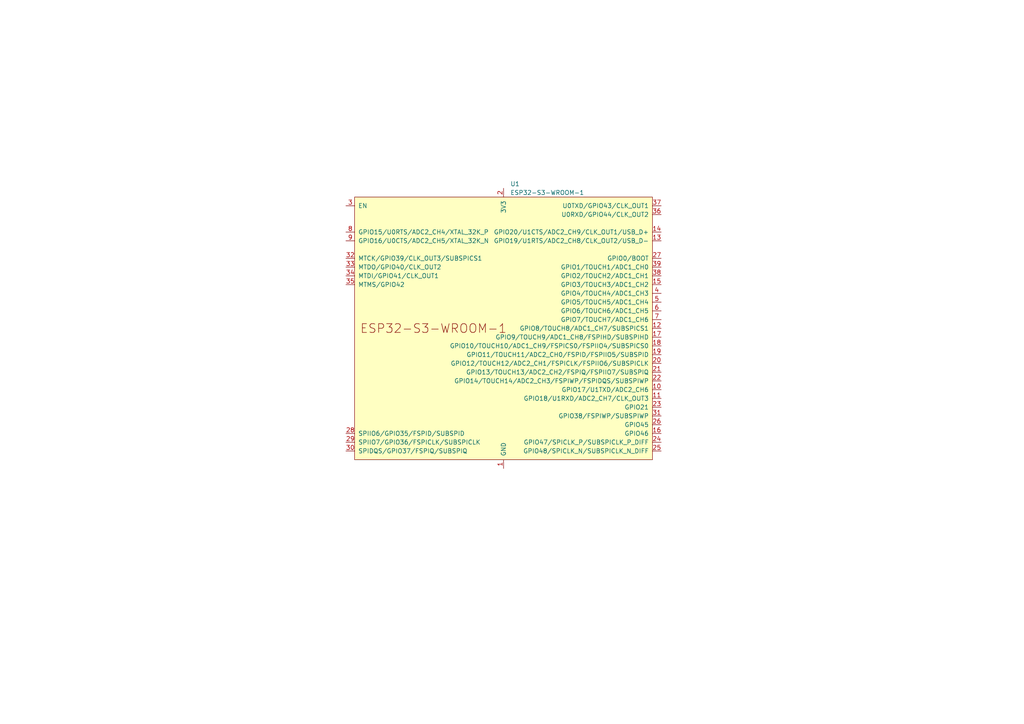
<source format=kicad_sch>
(kicad_sch (version 20230121) (generator eeschema)
  (paper "A4")
  (lib_symbols
    (symbol "Espressif:ESP32-S3-WROOM-1" (pin_names (offset 1.016))
      (property "Reference" "U" (at -43.18 43.18 0))
      (property "Value" "ESP32-S3-WROOM-1" (at -43.18 40.64 0))
      (symbol "ESP32-S3-WROOM-1_0_0"
        (text "ESP32-S3-WROOM-1" (at -20.32 0 0) (effects (font (size 2.54 2.54))))
        (pin power_in line (at 0 -40.64 90) (length 2.54) (name "GND") (number "1"))
        (pin bidirectional line (at 45.72 -17.78 180) (length 2.54) (name "GPIO17/U1TXD/ADC2_CH6") (number "10"))
        (pin bidirectional line (at 45.72 -20.32 180) (length 2.54) (name "GPIO18/U1RXD/ADC2_CH7/CLK_OUT3") (number "11"))
        (pin bidirectional line (at 45.72 0 180) (length 2.54) (name "GPIO8/TOUCH8/ADC1_CH7/SUBSPICS1") (number "12"))
        (pin bidirectional line (at 45.72 25.4 180) (length 2.54) (name "GPIO19/U1RTS/ADC2_CH8/CLK_OUT2/USB_D-") (number "13"))
        (pin bidirectional line (at 45.72 27.94 180) (length 2.54) (name "GPIO20/U1CTS/ADC2_CH9/CLK_OUT1/USB_D+") (number "14"))
        (pin bidirectional line (at 45.72 12.7 180) (length 2.54) (name "GPIO3/TOUCH3/ADC1_CH2") (number "15"))
        (pin bidirectional line (at 45.72 -30.48 180) (length 2.54) (name "GPIO46") (number "16"))
        (pin bidirectional line (at 45.72 -2.54 180) (length 2.54) (name "GPIO9/TOUCH9/ADC1_CH8/FSPIHD/SUBSPIHD") (number "17"))
        (pin bidirectional line (at 45.72 -5.08 180) (length 2.54) (name "GPIO10/TOUCH10/ADC1_CH9/FSPICS0/FSPIIO4/SUBSPICS0") (number "18"))
        (pin bidirectional line (at 45.72 -7.62 180) (length 2.54) (name "GPIO11/TOUCH11/ADC2_CH0/FSPID/FSPIIO5/SUBSPID") (number "19"))
        (pin power_in line (at 0 40.64 270) (length 2.54) (name "3V3") (number "2"))
        (pin bidirectional line (at 45.72 -10.16 180) (length 2.54) (name "GPIO12/TOUCH12/ADC2_CH1/FSPICLK/FSPIIO6/SUBSPICLK") (number "20"))
        (pin bidirectional line (at 45.72 -12.7 180) (length 2.54) (name "GPIO13/TOUCH13/ADC2_CH2/FSPIQ/FSPIIO7/SUBSPIQ") (number "21"))
        (pin bidirectional line (at 45.72 -15.24 180) (length 2.54) (name "GPIO14/TOUCH14/ADC2_CH3/FSPIWP/FSPIDQS/SUBSPIWP") (number "22"))
        (pin bidirectional line (at 45.72 -22.86 180) (length 2.54) (name "GPIO21") (number "23"))
        (pin bidirectional line (at 45.72 -33.02 180) (length 2.54) (name "GPIO47/SPICLK_P/SUBSPICLK_P_DIFF") (number "24"))
        (pin bidirectional line (at 45.72 -35.56 180) (length 2.54) (name "GPIO48/SPICLK_N/SUBSPICLK_N_DIFF") (number "25"))
        (pin bidirectional line (at 45.72 -27.94 180) (length 2.54) (name "GPIO45") (number "26"))
        (pin bidirectional line (at 45.72 20.32 180) (length 2.54) (name "GPIO0/BOOT") (number "27"))
        (pin bidirectional line (at -45.72 -30.48 0) (length 2.54) (name "SPIIO6/GPIO35/FSPID/SUBSPID") (number "28"))
        (pin bidirectional line (at -45.72 -33.02 0) (length 2.54) (name "SPIIO7/GPIO36/FSPICLK/SUBSPICLK") (number "29"))
        (pin input line (at -45.72 35.56 0) (length 2.54) (name "EN") (number "3"))
        (pin bidirectional line (at -45.72 -35.56 0) (length 2.54) (name "SPIDQS/GPIO37/FSPIQ/SUBSPIQ") (number "30"))
        (pin bidirectional line (at 45.72 -25.4 180) (length 2.54) (name "GPIO38/FSPIWP/SUBSPIWP") (number "31"))
        (pin bidirectional line (at -45.72 20.32 0) (length 2.54) (name "MTCK/GPIO39/CLK_OUT3/SUBSPICS1") (number "32"))
        (pin bidirectional line (at -45.72 17.78 0) (length 2.54) (name "MTDO/GPIO40/CLK_OUT2") (number "33"))
        (pin bidirectional line (at -45.72 15.24 0) (length 2.54) (name "MTDI/GPIO41/CLK_OUT1") (number "34"))
        (pin bidirectional line (at -45.72 12.7 0) (length 2.54) (name "MTMS/GPIO42") (number "35"))
        (pin bidirectional line (at 45.72 33.02 180) (length 2.54) (name "U0RXD/GPIO44/CLK_OUT2") (number "36"))
        (pin bidirectional line (at 45.72 35.56 180) (length 2.54) (name "U0TXD/GPIO43/CLK_OUT1") (number "37"))
        (pin bidirectional line (at 45.72 15.24 180) (length 2.54) (name "GPIO2/TOUCH2/ADC1_CH1") (number "38"))
        (pin bidirectional line (at 45.72 17.78 180) (length 2.54) (name "GPIO1/TOUCH1/ADC1_CH0") (number "39"))
        (pin bidirectional line (at 45.72 10.16 180) (length 2.54) (name "GPIO4/TOUCH4/ADC1_CH3") (number "4"))
        (pin passive line (at 0 -40.64 90) (length 2.54) hide (name "GND") (number "40"))
        (pin passive line (at 0 -40.64 90) (length 2.54) hide (name "GND") (number "41"))
        (pin bidirectional line (at 45.72 7.62 180) (length 2.54) (name "GPIO5/TOUCH5/ADC1_CH4") (number "5"))
        (pin bidirectional line (at 45.72 5.08 180) (length 2.54) (name "GPIO6/TOUCH6/ADC1_CH5") (number "6"))
        (pin bidirectional line (at 45.72 2.54 180) (length 2.54) (name "GPIO7/TOUCH7/ADC1_CH6") (number "7"))
        (pin bidirectional line (at -45.72 27.94 0) (length 2.54) (name "GPIO15/U0RTS/ADC2_CH4/XTAL_32K_P") (number "8"))
        (pin bidirectional line (at -45.72 25.4 0) (length 2.54) (name "GPIO16/U0CTS/ADC2_CH5/XTAL_32K_N") (number "9"))
      )
      (symbol "ESP32-S3-WROOM-1_0_1"
        (rectangle (start -43.18 38.1) (end 43.18 -38.1) (fill (type background)))
      )
    )
  )
  (symbol (lib_id "Espressif:ESP32-S3-WROOM-1") (at 146.05 95.25 0) (unit 1)
    (property "Reference" "U1" (at 148.0059 53.34 0) (effects (justify left)))
    (property "Value" "ESP32-S3-WROOM-1" (at 148.0059 55.88 0) (effects (justify left)))
    (property "Footprint" "Espressif:ESP32-S3-WROOM-1" (effects hide))
    (property "Datasheet" "https://www.espressif.com/sites/default/files/documentation/esp32-s3-wroom-1_wroom-1u_datasheet_en.pdf" (effects hide))
  )
)
</source>
